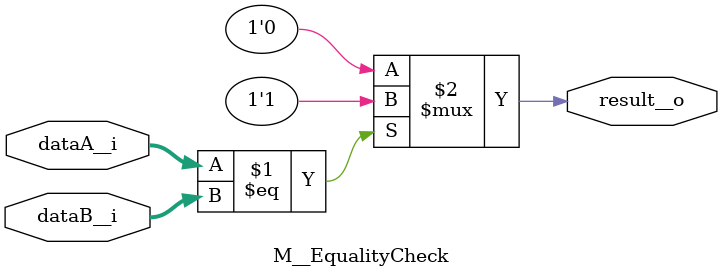
<source format=sv>
/*
 * ============================================================================
 *
 *  Name        :   M__EqualityCheck
 *  Author      :   Aditya Shevade
 *
 *  Description :   A generic equality checker returns 1 if equal else zero.
 *
 * ============================================================================
 */

module M__EqualityCheck #(
    parameter   WIDTH   =   32
    ) (
    input   wire    [(WIDTH - 1): 0]    dataA__i,
    input   wire    [(WIDTH - 1): 0]    dataB__i,
    output  wire                        result__o
    );

    assign result__o =   (dataA__i == dataB__i) ? 1'b1 : 1'b0;

endmodule : M__EqualityCheck

</source>
